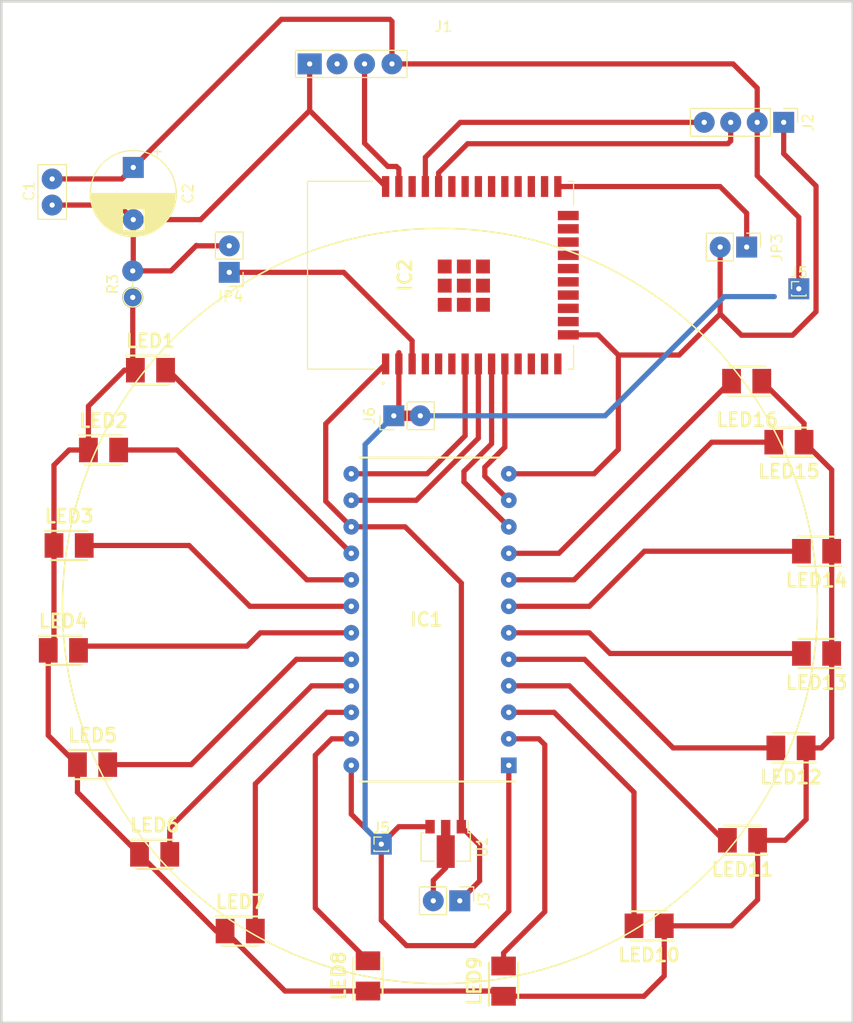
<source format=kicad_pcb>
(kicad_pcb (version 20211014) (generator pcbnew)
  (title_block (title "NotifierPcb") (rev "1.0") (company "mc-cat-tty"))
  (layers (0 "F.Cu" signal) (31 "B.Cu" jumper "Jumper.Cu") (34 "B.Paste" user) (35 "F.Paste" user) (36 "B.SilkS" user "B.Silkscreen") (37 "F.SilkS" user "F.Silkscreen") (38 "B.Mask" user) (39 "F.Mask" user) (44 "Edge.Cuts" user))
  (net 0 "")
  (net 1 "+3.3V")
  (net 2 "LED7")
  (net 3 "LED6")
  (net 4 "LED5")
  (net 5 "LED4")
  (net 6 "LED3")
  (net 7 "LED2")
  (net 8 "LED1")
  (net 9 "LED0")
  (net 10 "BIT0")
  (net 11 "BIT1")
  (net 12 "GND")
  (net 13 "BIT3")
  (net 14 "BIT2")
  (net 15 "LED15")
  (net 16 "LED14")
  (net 17 "LED13")
  (net 18 "LED12")
  (net 19 "LED11")
  (net 20 "LED10")
  (net 21 "LED9")
  (net 22 "LED8")
  (net 23 "ESP32_EN")
  (net 39 "BOOT")
  (net 44 "RX")
  (net 48 "UART_RX")
  (net 49 "UART_TX")
  (net 51 "Net-(LED1-Pad1)")
  (net 52 "POWER")
  (footprint "SmdLed:LEDM3528X210N" (layer "F.Cu") (at 113.2 73.1)
    (fp_text reference "LED1" (at 0 -2.8) (layer "F.SilkS") (effects (font (size 1.27 1.27) (thickness 0.254))))
    (fp_text value "PLCC2 3528" hide)
    (pad "1" smd rect (at -1.45 0) (size 1.8 2.35) (layers "F.Cu" "F.Paste" "F.Mask") (net 51 "Net-(LED1-Pad1)"))
    (pad "2" smd rect (at 1.45 0) (size 1.8 2.35) (layers "F.Cu" "F.Paste" "F.Mask") (net 15 "LED15"))
  )
  (footprint "Capacitor_THT:CP_Radial_D8.0mm_P5.00mm" (layer "F.Cu") (at 111.55 53.672349 -90)
    (fp_text reference "C2" (at 2.5 -5.25 90) (layer "F.SilkS"))
    (fp_text value "4.7uF")
    (pad "1" thru_hole rect (at 0 0 270) (size 2 2) (drill 0.5) (layers *.Cu *.Mask) (net 1 "+3.3V"))
    (pad "2" thru_hole circle (at 5 0 270) (size 2 2) (drill 0.5) (layers *.Cu *.Mask) (net 12 "GND"))
  )
  (footprint "SmdLed:LEDM3528X210N" (layer "F.Cu") (at 105.4 89.9)
    (fp_text reference "LED3" (at 0 -2.8) (layer "F.SilkS") (effects (font (size 1.27 1.27) (thickness 0.254))))
    (fp_text value "PLCC2 3528" hide)
    (pad "1" smd rect (at -1.45 0) (size 1.8 2.35) (layers "F.Cu" "F.Paste" "F.Mask") (net 51 "Net-(LED1-Pad1)"))
    (pad "2" smd rect (at 1.45 0) (size 1.8 2.35) (layers "F.Cu" "F.Paste" "F.Mask") (net 17 "LED13"))
  )
  (footprint "Package_TO_SOT_SMD:SOT-89-3" (layer "F.Cu") (at 141.5 118.5 -90)
    (fp_text reference "U1" (at 0.3 -3.5 90) (layer "F.SilkS"))
    (fp_text value "HT75xx-1-SOT89")
    (pad "1" smd rect (at -1.65 -1.5 270) (size 1.3 0.9) (layers "F.Cu" "F.Paste" "F.Mask") (net 12 "GND"))
    (pad "2" smd custom (at -1.5625 0 270) (size 1.475 0.9) (layers "F.Cu" "F.Paste" "F.Mask") (net 52 "POWER") (options (clearance outline) (anchor rect)) (primitives (gr_poly (pts (xy 3.8625 0.8665) (xy 0.7375 0.8665) (xy 0.7375 -0.8665) (xy 3.8625 -0.8665)) (width 0) (fill yes))))
    (pad "3" smd rect (at -1.65 1.5 270) (size 1.3 0.9) (layers "F.Cu" "F.Paste" "F.Mask") (net 1 "+3.3V"))
  )
  (footprint "Connector_PinHeader_2.54mm:PinHeader_1x02_P2.54mm_Vertical" (layer "F.Cu") (at 136.525 77.47 90)
    (fp_text reference "J6" (at 0 -2.33 90) (layer "F.SilkS"))
    (fp_text value "Vcc")
    (pad "1" thru_hole rect (at 0 0 90) (size 2 2) (drill 0.5) (layers *.Cu *.Mask) (net 1 "+3.3V"))
    (pad "2" thru_hole oval (at 0 2.54 90) (size 2 2) (drill 0.5) (layers *.Cu *.Mask) (net 1 "+3.3V"))
  )
  (footprint "CD4067:DIP1080W53P254L3104H508Q24N" (layer "F.Cu") (at 142.15 97 180)
    (fp_text reference "IC1" (at 2.5 0) (layer "F.SilkS") (effects (font (size 1.27 1.27) (thickness 0.254))))
    (fp_text value "CD4067BEE4" hide)
    (pad "1" thru_hole rect (at -5.4 -13.97 180) (size 1.5 1.5) (drill 0.5) (layers *.Cu *.Mask) (net 1 "+3.3V"))
    (pad "2" thru_hole circle (at -5.4 -11.43 180) (size 1.5 1.5) (drill 0.5) (layers *.Cu *.Mask) (net 2 "LED7"))
    (pad "3" thru_hole circle (at -5.4 -8.89 180) (size 1.5 1.5) (drill 0.5) (layers *.Cu *.Mask) (net 3 "LED6"))
    (pad "4" thru_hole circle (at -5.4 -6.35 180) (size 1.5 1.5) (drill 0.5) (layers *.Cu *.Mask) (net 4 "LED5"))
    (pad "5" thru_hole circle (at -5.4 -3.81 180) (size 1.5 1.5) (drill 0.5) (layers *.Cu *.Mask) (net 5 "LED4"))
    (pad "6" thru_hole circle (at -5.4 -1.27 180) (size 1.5 1.5) (drill 0.5) (layers *.Cu *.Mask) (net 6 "LED3"))
    (pad "7" thru_hole circle (at -5.4 1.27 180) (size 1.5 1.5) (drill 0.5) (layers *.Cu *.Mask) (net 7 "LED2"))
    (pad "8" thru_hole circle (at -5.4 3.81 180) (size 1.5 1.5) (drill 0.5) (layers *.Cu *.Mask) (net 8 "LED1"))
    (pad "9" thru_hole circle (at -5.4 6.35 180) (size 1.5 1.5) (drill 0.5) (layers *.Cu *.Mask) (net 9 "LED0"))
    (pad "10" thru_hole circle (at -5.4 8.89 180) (size 1.5 1.5) (drill 0.5) (layers *.Cu *.Mask) (net 10 "BIT0"))
    (pad "11" thru_hole circle (at -5.4 11.43 180) (size 1.5 1.5) (drill 0.5) (layers *.Cu *.Mask) (net 11 "BIT1"))
    (pad "12" thru_hole circle (at -5.4 13.97 180) (size 1.5 1.5) (drill 0.5) (layers *.Cu *.Mask) (net 12 "GND"))
    (pad "13" thru_hole circle (at 9.7 13.97 180) (size 1.5 1.5) (drill 0.5) (layers *.Cu *.Mask) (net 13 "BIT3"))
    (pad "14" thru_hole circle (at 9.7 11.43 180) (size 1.5 1.5) (drill 0.5) (layers *.Cu *.Mask) (net 14 "BIT2"))
    (pad "15" thru_hole circle (at 9.7 8.89 180) (size 1.5 1.5) (drill 0.5) (layers *.Cu *.Mask) (net 12 "GND"))
    (pad "16" thru_hole circle (at 9.7 6.35 180) (size 1.5 1.5) (drill 0.5) (layers *.Cu *.Mask) (net 15 "LED15"))
    (pad "17" thru_hole circle (at 9.7 3.81 180) (size 1.5 1.5) (drill 0.5) (layers *.Cu *.Mask) (net 16 "LED14"))
    (pad "18" thru_hole circle (at 9.7 1.27 180) (size 1.5 1.5) (drill 0.5) (layers *.Cu *.Mask) (net 17 "LED13"))
    (pad "19" thru_hole circle (at 9.7 -1.27 180) (size 1.5 1.5) (drill 0.5) (layers *.Cu *.Mask) (net 18 "LED12"))
    (pad "20" thru_hole circle (at 9.7 -3.81 180) (size 1.5 1.5) (drill 0.5) (layers *.Cu *.Mask) (net 19 "LED11"))
    (pad "21" thru_hole circle (at 9.7 -6.35 180) (size 1.5 1.5) (drill 0.5) (layers *.Cu *.Mask) (net 20 "LED10"))
    (pad "22" thru_hole circle (at 9.7 -8.89 180) (size 1.5 1.5) (drill 0.5) (layers *.Cu *.Mask) (net 21 "LED9"))
    (pad "23" thru_hole circle (at 9.7 -11.43 180) (size 1.5 1.5) (drill 0.5) (layers *.Cu *.Mask) (net 22 "LED8"))
    (pad "24" thru_hole circle (at 9.7 -13.97 180) (size 1.5 1.5) (drill 0.5) (layers *.Cu *.Mask) (net 1 "+3.3V"))
  )
  (footprint "Connector_PinHeader_2.54mm:PinHeader_1x04_P2.54mm_Vertical" (layer "F.Cu") (at 173.9 49.35 -90)
    (fp_text reference "J2" (at 0 -2.33 90) (layer "F.SilkS"))
    (fp_text value "UART_Conn")
    (pad "1" thru_hole rect (at 0 0 270) (size 2 2) (drill 0.5) (layers *.Cu *.Mask) (net 12 "GND"))
    (pad "2" thru_hole oval (at 0 2.54 270) (size 2 2) (drill 0.5) (layers *.Cu *.Mask) (net 1 "+3.3V"))
    (pad "3" thru_hole oval (at 0 5.08 270) (size 2 2) (drill 0.5) (layers *.Cu *.Mask) (net 48 "UART_RX"))
    (pad "4" thru_hole oval (at 0 7.62 270) (size 2 2) (drill 0.5) (layers *.Cu *.Mask) (net 49 "UART_TX"))
  )
  (footprint "Connector_PinHeader_1.00mm:PinHeader_1x01_P1.00mm_Vertical" (layer "F.Cu") (at 175.35 65.3)
    (fp_text reference "J5" (at 0 -1.56) (layer "F.SilkS"))
    (fp_text value "Vcc")
    (pad "1" thru_hole rect (at 0 0) (size 2 2) (drill 0.5) (layers *.Cu *.Mask) (net 1 "+3.3V"))
  )
  (footprint "Capacitor_THT:C_Disc_D5.0mm_W2.5mm_P2.50mm" (layer "F.Cu") (at 103.775 54.775 -90)
    (fp_text reference "C1" (at 1.175 2.225 90) (layer "F.SilkS"))
    (fp_text value "0.1uF")
    (pad "1" thru_hole circle (at 0 0 270) (size 2 2) (drill 0.5) (layers *.Cu *.Mask) (net 1 "+3.3V"))
    (pad "2" thru_hole circle (at 2.5 0 270) (size 2 2) (drill 0.5) (layers *.Cu *.Mask) (net 12 "GND"))
  )
  (footprint "Connector_PinHeader_2.54mm:PinHeader_1x02_P2.54mm_Vertical" (layer "F.Cu") (at 120.75 63.725 180)
    (fp_text reference "JP4" (at 0 -2.33) (layer "F.SilkS"))
    (fp_text value "Enable_Jumper")
    (pad "1" thru_hole rect (at 0 0 180) (size 2 2) (drill 0.5) (layers *.Cu *.Mask) (net 23 "ESP32_EN"))
    (pad "2" thru_hole circle (at 0 2.54 180) (size 2 2) (drill 0.5) (layers *.Cu *.Mask) (net 12 "GND"))
  )
  (footprint "SmdLed:LEDM3528X210N" (layer "F.Cu") (at 134.05 131.15 90)
    (fp_text reference "LED8" (at 0 -2.8 90) (layer "F.SilkS") (effects (font (size 1.27 1.27) (thickness 0.254))))
    (fp_text value "PLCC2 3528" hide)
    (pad "1" smd rect (at -1.45 0 90) (size 1.8 2.35) (layers "F.Cu" "F.Paste" "F.Mask") (net 51 "Net-(LED1-Pad1)"))
    (pad "2" smd rect (at 1.45 0 90) (size 1.8 2.35) (layers "F.Cu" "F.Paste" "F.Mask") (net 22 "LED8"))
  )
  (footprint "SmdLed:LEDM3528X210N" (layer "F.Cu") (at 177.05 90.45 180)
    (fp_text reference "LED14" (at 0 -2.8) (layer "F.SilkS") (effects (font (size 1.27 1.27) (thickness 0.254))))
    (fp_text value "PLCC2 3528" hide)
    (pad "1" smd rect (at -1.45 0 180) (size 1.8 2.35) (layers "F.Cu" "F.Paste" "F.Mask") (net 51 "Net-(LED1-Pad1)"))
    (pad "2" smd rect (at 1.45 0 180) (size 1.8 2.35) (layers "F.Cu" "F.Paste" "F.Mask") (net 7 "LED2"))
  )
  (footprint "Connector_PinHeader_1.00mm:PinHeader_1x01_P1.00mm_Vertical" (layer "F.Cu") (at 135.325 118.525)
    (fp_text reference "J5" (at 0 -1.56) (layer "F.SilkS"))
    (fp_text value "Vcc")
    (pad "1" thru_hole rect (at 0 0) (size 2 2) (drill 0.5) (layers *.Cu *.Mask) (net 1 "+3.3V"))
  )
  (footprint "SmdLed:LEDM3528X210N" (layer "F.Cu") (at 107.65 110.9)
    (fp_text reference "LED5" (at 0 -2.8) (layer "F.SilkS") (effects (font (size 1.27 1.27) (thickness 0.254))))
    (fp_text value "PLCC2 3528" hide)
    (pad "1" smd rect (at -1.45 0) (size 1.8 2.35) (layers "F.Cu" "F.Paste" "F.Mask") (net 51 "Net-(LED1-Pad1)"))
    (pad "2" smd rect (at 1.45 0) (size 1.8 2.35) (layers "F.Cu" "F.Paste" "F.Mask") (net 19 "LED11"))
  )
  (footprint "RC_433_RX:RC_433_RX" (layer "F.Cu") (at 141.05 44.85 -90)
    (fp_text reference "J1" (at -4.675 -0.225 unlocked) (layer "F.SilkS"))
    (fp_text value "RC_433_MHZ_RF")
    (pad "1" thru_hole circle (at -1.1 4.7 270) (size 2 2) (drill 0.5) (layers *.Cu *.Mask) (net 1 "+3.3V"))
    (pad "2" thru_hole circle (at -1.1 7.33 270) (size 2 2) (drill 0.5) (layers *.Cu *.Mask) (net 44 "RX"))
    (pad "3" thru_hole circle (at -1.1 9.96 270) (size 2 2) (drill 0.5) (layers *.Cu *.Mask))
    (pad "4" thru_hole rect (at -1.1 12.59 270) (size 2 2.3) (drill 0.5) (layers *.Cu *.Mask) (net 12 "GND"))
  )
  (footprint "SmdLed:LEDM3528X210N" (layer "F.Cu") (at 177.05 100.25 180)
    (fp_text reference "LED13" (at 0 -2.8) (layer "F.SilkS") (effects (font (size 1.27 1.27) (thickness 0.254))))
    (fp_text value "PLCC2 3528" hide)
    (pad "1" smd rect (at -1.45 0 180) (size 1.8 2.35) (layers "F.Cu" "F.Paste" "F.Mask") (net 51 "Net-(LED1-Pad1)"))
    (pad "2" smd rect (at 1.45 0 180) (size 1.8 2.35) (layers "F.Cu" "F.Paste" "F.Mask") (net 6 "LED3"))
  )
  (footprint "SmdLed:LEDM3528X210N" (layer "F.Cu") (at 169.95 118.15 180)
    (fp_text reference "LED11" (at 0 -2.8) (layer "F.SilkS") (effects (font (size 1.27 1.27) (thickness 0.254))))
    (fp_text value "PLCC2 3528" hide)
    (pad "1" smd rect (at -1.45 0 180) (size 1.8 2.35) (layers "F.Cu" "F.Paste" "F.Mask") (net 51 "Net-(LED1-Pad1)"))
    (pad "2" smd rect (at 1.45 0 180) (size 1.8 2.35) (layers "F.Cu" "F.Paste" "F.Mask") (net 4 "LED5"))
  )
  (footprint "Connector_PinHeader_2.54mm:PinHeader_1x02_P2.54mm_Vertical" (layer "F.Cu") (at 170.35 61.3 -90)
    (fp_text reference "JP3" (at 0.05 -2.9 90) (layer "F.SilkS"))
    (fp_text value "Boot_Jumper_Download")
    (pad "1" thru_hole rect (at 0 0 270) (size 2 2) (drill 0.5) (layers *.Cu *.Mask) (net 39 "BOOT"))
    (pad "2" thru_hole circle (at 0 2.54 270) (size 2 2) (drill 0.5) (layers *.Cu *.Mask) (net 12 "GND"))
  )
  (footprint "SmdLed:LEDM3528X210N" (layer "F.Cu") (at 147.05 131.65 90)
    (fp_text reference "LED9" (at 0 -2.8 90) (layer "F.SilkS") (effects (font (size 1.27 1.27) (thickness 0.254))))
    (fp_text value "PLCC2 3528" hide)
    (pad "1" smd rect (at -1.45 0 90) (size 1.8 2.35) (layers "F.Cu" "F.Paste" "F.Mask") (net 51 "Net-(LED1-Pad1)"))
    (pad "2" smd rect (at 1.45 0 90) (size 1.8 2.35) (layers "F.Cu" "F.Paste" "F.Mask") (net 2 "LED7"))
  )
  (footprint "ESP32-WROOM:ESP32WROOM32E8MB" (layer "F.Cu") (at 141 64 90)
    (fp_text reference "IC2" (at 0 -3.4 90) (layer "F.SilkS") (effects (font (size 1.27 1.27) (thickness 0.254))))
    (fp_text value "ESP32-WROOM-32E__8MB_" hide)
    (pad "1" smd rect (at -8.5 -5.26 180) (size 0.7 2) (layers "F.Cu" "F.Paste" "F.Mask") (net 12 "GND"))
    (pad "2" smd rect (at -8.5 -3.99 180) (size 0.7 2) (layers "F.Cu" "F.Paste" "F.Mask") (net 1 "+3.3V"))
    (pad "3" smd rect (at -8.5 -2.72 180) (size 0.7 2) (layers "F.Cu" "F.Paste" "F.Mask") (net 23 "ESP32_EN"))
    (pad "4" smd rect (at -8.5 -1.45 180) (size 0.7 2) (layers "F.Cu" "F.Paste" "F.Mask"))
    (pad "5" smd rect (at -8.5 -0.18 180) (size 0.7 2) (layers "F.Cu" "F.Paste" "F.Mask"))
    (pad "6" smd rect (at -8.5 1.09 180) (size 0.7 2) (layers "F.Cu" "F.Paste" "F.Mask"))
    (pad "7" smd rect (at -8.5 2.36 180) (size 0.7 2) (layers "F.Cu" "F.Paste" "F.Mask") (net 13 "BIT3"))
    (pad "8" smd rect (at -8.5 3.63 180) (size 0.7 2) (layers "F.Cu" "F.Paste" "F.Mask") (net 14 "BIT2"))
    (pad "9" smd rect (at -8.5 4.9 180) (size 0.7 2) (layers "F.Cu" "F.Paste" "F.Mask") (net 10 "BIT0"))
    (pad "10" smd rect (at -8.5 6.17 180) (size 0.7 2) (layers "F.Cu" "F.Paste" "F.Mask") (net 11 "BIT1"))
    (pad "11" smd rect (at -8.5 7.44 180) (size 0.7 2) (layers "F.Cu" "F.Paste" "F.Mask"))
    (pad "12" smd rect (at -8.5 8.71 180) (size 0.7 2) (layers "F.Cu" "F.Paste" "F.Mask"))
    (pad "13" smd rect (at -8.5 9.98 180) (size 0.7 2) (layers "F.Cu" "F.Paste" "F.Mask"))
    (pad "14" smd rect (at -8.5 11.25 180) (size 0.7 2) (layers "F.Cu" "F.Paste" "F.Mask"))
    (pad "15" smd rect (at -5.715 12.25 90) (size 0.9 2) (layers "F.Cu" "F.Paste" "F.Mask") (net 12 "GND"))
    (pad "16" smd rect (at -4.445 12.25 90) (size 0.9 2) (layers "F.Cu" "F.Paste" "F.Mask"))
    (pad "17" smd rect (at -3.175 12.25 90) (size 0.9 2) (layers "F.Cu" "F.Paste" "F.Mask"))
    (pad "18" smd rect (at -1.905 12.25 90) (size 0.9 2) (layers "F.Cu" "F.Paste" "F.Mask"))
    (pad "19" smd rect (at -0.635 12.25 90) (size 0.9 2) (layers "F.Cu" "F.Paste" "F.Mask"))
    (pad "20" smd rect (at 0.635 12.25 90) (size 0.9 2) (layers "F.Cu" "F.Paste" "F.Mask"))
    (pad "21" smd rect (at 1.905 12.25 90) (size 0.9 2) (layers "F.Cu" "F.Paste" "F.Mask"))
    (pad "22" smd rect (at 3.175 12.25 90) (size 0.9 2) (layers "F.Cu" "F.Paste" "F.Mask"))
    (pad "23" smd rect (at 4.445 12.25 90) (size 0.9 2) (layers "F.Cu" "F.Paste" "F.Mask"))
    (pad "24" smd rect (at 5.715 12.25 90) (size 0.9 2) (layers "F.Cu" "F.Paste" "F.Mask"))
    (pad "25" smd rect (at 8.5 11.25 180) (size 0.7 2) (layers "F.Cu" "F.Paste" "F.Mask") (net 39 "BOOT"))
    (pad "26" smd rect (at 8.5 9.98 180) (size 0.7 2) (layers "F.Cu" "F.Paste" "F.Mask"))
    (pad "27" smd rect (at 8.5 8.71 180) (size 0.7 2) (layers "F.Cu" "F.Paste" "F.Mask"))
    (pad "28" smd rect (at 8.5 7.44 180) (size 0.7 2) (layers "F.Cu" "F.Paste" "F.Mask"))
    (pad "29" smd rect (at 8.5 6.17 180) (size 0.7 2) (layers "F.Cu" "F.Paste" "F.Mask"))
    (pad "30" smd rect (at 8.5 4.9 180) (size 0.7 2) (layers "F.Cu" "F.Paste" "F.Mask"))
    (pad "31" smd rect (at 8.5 3.63 180) (size 0.7 2) (layers "F.Cu" "F.Paste" "F.Mask"))
    (pad "32" smd rect (at 8.5 2.36 180) (size 0.7 2) (layers "F.Cu" "F.Paste" "F.Mask"))
    (pad "33" smd rect (at 8.5 1.09 180) (size 0.7 2) (layers "F.Cu" "F.Paste" "F.Mask"))
    (pad "34" smd rect (at 8.5 -0.18 180) (size 0.7 2) (layers "F.Cu" "F.Paste" "F.Mask") (net 48 "UART_RX"))
    (pad "35" smd rect (at 8.5 -1.45 180) (size 0.7 2) (layers "F.Cu" "F.Paste" "F.Mask") (net 49 "UART_TX"))
    (pad "36" smd rect (at 8.5 -2.72 180) (size 0.7 2) (layers "F.Cu" "F.Paste" "F.Mask"))
    (pad "37" smd rect (at 8.5 -3.99 180) (size 0.7 2) (layers "F.Cu" "F.Paste" "F.Mask") (net 44 "RX"))
    (pad "38" smd rect (at 8.5 -5.26 180) (size 0.7 2) (layers "F.Cu" "F.Paste" "F.Mask") (net 12 "GND"))
    (pad "39" smd rect (at -2.835 0.405 180) (size 1.33 1.33) (layers "F.Cu" "F.Paste" "F.Mask") (net 12 "GND"))
    (pad "40" smd rect (at -1 0.405 180) (size 1.33 1.33) (layers "F.Cu" "F.Paste" "F.Mask") (net 12 "GND"))
    (pad "41" smd rect (at 0.835 0.405 180) (size 1.33 1.33) (layers "F.Cu" "F.Paste" "F.Mask") (net 12 "GND"))
    (pad "42" smd rect (at -2.835 2.24 180) (size 1.33 1.33) (layers "F.Cu" "F.Paste" "F.Mask") (net 12 "GND"))
    (pad "43" smd rect (at -1 2.24 180) (size 1.33 1.33) (layers "F.Cu" "F.Paste" "F.Mask") (net 12 "GND"))
    (pad "44" smd rect (at 0.835 2.24 180) (size 1.33 1.33) (layers "F.Cu" "F.Paste" "F.Mask") (net 12 "GND"))
    (pad "45" smd rect (at -2.835 4.075 180) (size 1.33 1.33) (layers "F.Cu" "F.Paste" "F.Mask") (net 12 "GND"))
    (pad "46" smd rect (at -1 4.075 180) (size 1.33 1.33) (layers "F.Cu" "F.Paste" "F.Mask") (net 12 "GND"))
    (pad "47" smd rect (at 0.835 4.075 180) (size 1.33 1.33) (layers "F.Cu" "F.Paste" "F.Mask") (net 12 "GND"))
  )
  (footprint "SmdLed:LEDM3528X210N" (layer "F.Cu") (at 170.35 74.15 180)
    (fp_text reference "LED16" (at -0.05 -3.7) (layer "F.SilkS") (effects (font (size 1.27 1.27) (thickness 0.254))))
    (fp_text value "PLCC2 3528" hide)
    (pad "1" smd rect (at -1.45 0 180) (size 1.8 2.35) (layers "F.Cu" "F.Paste" "F.Mask") (net 51 "Net-(LED1-Pad1)"))
    (pad "2" smd rect (at 1.45 0 180) (size 1.8 2.35) (layers "F.Cu" "F.Paste" "F.Mask") (net 9 "LED0"))
  )
  (footprint "Connector_PinHeader_2.54mm:PinHeader_1x02_P2.54mm_Vertical" (layer "F.Cu") (at 142.85 123.95 -90)
    (fp_text reference "J3" (at 0 -2.33 90) (layer "F.SilkS"))
    (fp_text value "Power_Conn")
    (pad "1" thru_hole rect (at 0 0 270) (size 2 2) (drill 0.5) (layers *.Cu *.Mask) (net 12 "GND"))
    (pad "2" thru_hole oval (at 0 2.54 270) (size 2 2) (drill 0.5) (layers *.Cu *.Mask) (net 52 "POWER"))
  )
  (footprint "SmdLed:LEDM3528X210N" (layer "F.Cu") (at 174.4 80 180)
    (fp_text reference "LED15" (at 0 -2.8) (layer "F.SilkS") (effects (font (size 1.27 1.27) (thickness 0.254))))
    (fp_text value "PLCC2 3528" hide)
    (pad "1" smd rect (at -1.45 0 180) (size 1.8 2.35) (layers "F.Cu" "F.Paste" "F.Mask") (net 51 "Net-(LED1-Pad1)"))
    (pad "2" smd rect (at 1.45 0 180) (size 1.8 2.35) (layers "F.Cu" "F.Paste" "F.Mask") (net 8 "LED1"))
  )
  (footprint "Resistor_THT:R_Axial_DIN0204_L3.6mm_D1.6mm_P2.54mm_Vertical" (layer "F.Cu") (at 111.5 66.125 90)
    (fp_text reference "R3" (at 1.27 -1.92 90) (layer "F.SilkS"))
    (fp_text value "100Ω")
    (pad "1" thru_hole circle (at 0 0 90) (size 2 2) (drill 0.5) (layers *.Cu *.Mask) (net 51 "Net-(LED1-Pad1)"))
    (pad "2" thru_hole oval (at 2.54 0 90) (size 2 2) (drill 0.5) (layers *.Cu *.Mask) (net 12 "GND"))
  )
  (footprint "SmdLed:LEDM3528X210N" (layer "F.Cu") (at 104.85 99.95)
    (fp_text reference "LED4" (at 0 -2.8) (layer "F.SilkS") (effects (font (size 1.27 1.27) (thickness 0.254))))
    (fp_text value "PLCC2 3528" hide)
    (pad "1" smd rect (at -1.45 0) (size 1.8 2.35) (layers "F.Cu" "F.Paste" "F.Mask") (net 51 "Net-(LED1-Pad1)"))
    (pad "2" smd rect (at 1.45 0) (size 1.8 2.35) (layers "F.Cu" "F.Paste" "F.Mask") (net 18 "LED12"))
  )
  (footprint "SmdLed:LEDM3528X210N" (layer "F.Cu") (at 161 126.35 180)
    (fp_text reference "LED10" (at 0 -2.8) (layer "F.SilkS") (effects (font (size 1.27 1.27) (thickness 0.254))))
    (fp_text value "PLCC2 3528" hide)
    (pad "1" smd rect (at -1.45 0 180) (size 1.8 2.35) (layers "F.Cu" "F.Paste" "F.Mask") (net 51 "Net-(LED1-Pad1)"))
    (pad "2" smd rect (at 1.45 0 180) (size 1.8 2.35) (layers "F.Cu" "F.Paste" "F.Mask") (net 3 "LED6"))
  )
  (footprint "SmdLed:LEDM3528X210N" (layer "F.Cu") (at 113.6 119.5)
    (fp_text reference "LED6" (at 0 -2.8) (layer "F.SilkS") (effects (font (size 1.27 1.27) (thickness 0.254))))
    (fp_text value "PLCC2 3528" hide)
    (pad "1" smd rect (at -1.45 0) (size 1.8 2.35) (layers "F.Cu" "F.Paste" "F.Mask") (net 51 "Net-(LED1-Pad1)"))
    (pad "2" smd rect (at 1.45 0) (size 1.8 2.35) (layers "F.Cu" "F.Paste" "F.Mask") (net 20 "LED10"))
  )
  (footprint "SmdLed:LEDM3528X210N" (layer "F.Cu") (at 174.6 109.3 180)
    (fp_text reference "LED12" (at 0 -2.8) (layer "F.SilkS") (effects (font (size 1.27 1.27) (thickness 0.254))))
    (fp_text value "PLCC2 3528" hide)
    (pad "1" smd rect (at -1.45 0 180) (size 1.8 2.35) (layers "F.Cu" "F.Paste" "F.Mask") (net 51 "Net-(LED1-Pad1)"))
    (pad "2" smd rect (at 1.45 0 180) (size 1.8 2.35) (layers "F.Cu" "F.Paste" "F.Mask") (net 5 "LED4"))
  )
  (footprint "SmdLed:LEDM3528X210N" (layer "F.Cu") (at 121.8 126.85)
    (fp_text reference "LED7" (at 0 -2.8) (layer "F.SilkS") (effects (font (size 1.27 1.27) (thickness 0.254))))
    (fp_text value "PLCC2 3528" hide)
    (pad "1" smd rect (at -1.45 0) (size 1.8 2.35) (layers "F.Cu" "F.Paste" "F.Mask") (net 51 "Net-(LED1-Pad1)"))
    (pad "2" smd rect (at 1.45 0) (size 1.8 2.35) (layers "F.Cu" "F.Paste" "F.Mask") (net 21 "LED9"))
  )
  (footprint "SmdLed:LEDM3528X210N" (layer "F.Cu") (at 108.7 80.75)
    (fp_text reference "LED2" (at 0 -2.8) (layer "F.SilkS") (effects (font (size 1.27 1.27) (thickness 0.254))))
    (fp_text value "PLCC2 3528" hide)
    (pad "1" smd rect (at -1.45 0) (size 1.8 2.35) (layers "F.Cu" "F.Paste" "F.Mask") (net 51 "Net-(LED1-Pad1)"))
    (pad "2" smd rect (at 1.45 0) (size 1.8 2.35) (layers "F.Cu" "F.Paste" "F.Mask") (net 16 "LED14"))
  )
  (gr_circle (center 140.95 95.7) (end 146.25 131.5) (layer "F.SilkS") (width 0.15) (fill none))
  (gr_rect (start 98.9 37.75) (end 180.525 135.65) (layer "Edge.Cuts") (width 0.25) (fill none))
  (segment (start 136.35 39.675) (end 136.15 39.475) (width 0.5) (layer "F.Cu") (net 1))
  (segment (start 175.35 58.45) (end 175.35 65.3) (width 0.5) (layer "F.Cu") (net 1))
  (segment (start 137.01 76.985) (end 136.525 77.47) (width 1) (layer "F.Cu") (net 1))
  (segment (start 137.01 72.5) (end 137.01 76.985) (width 0.5) (layer "F.Cu") (net 1))
  (segment (start 171.36 46.06) (end 171.36 49.35) (width 0.5) (layer "F.Cu") (net 1))
  (segment (start 136.35 43.75) (end 169.05 43.75) (width 0.5) (layer "F.Cu") (net 1))
  (segment (start 137.01 72.5) (end 137.01 71.42) (width 0.5) (layer "F.Cu") (net 1))
  (segment (start 137 116.85) (end 135.325 118.525) (width 0.5) (layer "F.Cu") (net 1))
  (segment (start 125.747349 39.475) (end 111.55 53.672349) (width 0.5) (layer "F.Cu") (net 1))
  (segment (start 140 116.85) (end 137 116.85) (width 0.5) (layer "F.Cu") (net 1))
  (segment (start 103.775 54.775) (end 110.447349 54.775) (width 0.5) (layer "F.Cu") (net 1))
  (segment (start 136.35 43.75) (end 136.35 39.675) (width 0.5) (layer "F.Cu") (net 1))
  (segment (start 169.05 43.75) (end 171.36 46.06) (width 0.5) (layer "F.Cu") (net 1))
  (segment (start 171.36 49.35) (end 171.36 54.46) (width 0.5) (layer "F.Cu") (net 1))
  (segment (start 135.325 125.825) (end 137.75 128.25) (width 0.5) (layer "F.Cu") (net 1))
  (segment (start 135.325 118.525) (end 135.325 125.825) (width 0.5) (layer "F.Cu") (net 1))
  (segment (start 110.447349 54.775) (end 111.55 53.672349) (width 0.5) (layer "F.Cu") (net 1))
  (segment (start 147.55 124.95) (end 147.55 110.97) (width 0.5) (layer "F.Cu") (net 1))
  (segment (start 132.45 115.65) (end 135.325 118.525) (width 0.5) (layer "F.Cu") (net 1))
  (segment (start 171.36 54.46) (end 175.35 58.45) (width 0.5) (layer "F.Cu") (net 1))
  (segment (start 132.45 110.97) (end 132.45 115.65) (width 0.5) (layer "F.Cu") (net 1))
  (segment (start 144.25 128.25) (end 147.55 124.95) (width 0.5) (layer "F.Cu") (net 1))
  (segment (start 136.15 39.475) (end 125.747349 39.475) (width 0.5) (layer "F.Cu") (net 1))
  (segment (start 137.75 128.25) (end 144.25 128.25) (width 0.5) (layer "F.Cu") (net 1))
  (segment (start 136.525 77.47) (end 139.065 77.47) (width 1) (layer "F.Cu") (net 1))
  (segment (start 136.525 77.47) (end 133.774734 80.220266) (width 0.5) (layer "B.Cu") (net 1))
  (segment (start 135.325 118.525) (end 135.4 118.525) (width 0.5) (layer "B.Cu") (net 1))
  (segment (start 156.78 77.47) (end 168.2 66.05) (width 0.5) (layer "B.Cu") (net 1))
  (segment (start 139.065 77.47) (end 156.78 77.47) (width 0.5) (layer "B.Cu") (net 1))
  (segment (start 133.774734 116.974734) (end 135.325 118.525) (width 0.5) (layer "B.Cu") (net 1))
  (segment (start 168.2 66.05) (end 173 66.05) (width 0.5) (layer "B.Cu") (net 1))
  (segment (start 133.774734 80.220266) (end 133.774734 116.974734) (width 0.5) (layer "B.Cu") (net 1))
  (segment (start 151 125) (end 147.05 128.95) (width 0.5) (layer "F.Cu") (net 2))
  (segment (start 150.43 108.43) (end 151 109) (width 0.5) (layer "F.Cu") (net 2))
  (segment (start 151 109) (end 151 125) (width 0.5) (layer "F.Cu") (net 2))
  (segment (start 147.05 128.95) (end 147.05 130.2) (width 0.5) (layer "F.Cu") (net 2))
  (segment (start 147.55 108.43) (end 150.43 108.43) (width 0.5) (layer "F.Cu") (net 2))
  (segment (start 151.89 105.89) (end 159.55 113.55) (width 0.5) (layer "F.Cu") (net 3))
  (segment (start 147.55 105.89) (end 151.89 105.89) (width 0.5) (layer "F.Cu") (net 3))
  (segment (start 159.55 113.55) (end 159.55 126.35) (width 0.5) (layer "F.Cu") (net 3))
  (segment (start 147.55 103.35) (end 153.35 103.35) (width 0.5) (layer "F.Cu") (net 4))
  (segment (start 168.15 118.15) (end 168.5 118.15) (width 1) (layer "F.Cu") (net 4))
  (segment (start 153.35 103.35) (end 168.15 118.15) (width 0.5) (layer "F.Cu") (net 4))
  (segment (start 147.55 100.81) (end 154.81 100.81) (width 0.5) (layer "F.Cu") (net 5))
  (segment (start 163.3 109.3) (end 173.15 109.3) (width 0.5) (layer "F.Cu") (net 5))
  (segment (start 154.81 100.81) (end 163.3 109.3) (width 0.5) (layer "F.Cu") (net 5))
  (segment (start 157.25 100.25) (end 175.6 100.25) (width 0.5) (layer "F.Cu") (net 6))
  (segment (start 155.27 98.27) (end 157.25 100.25) (width 0.5) (layer "F.Cu") (net 6))
  (segment (start 147.55 98.27) (end 155.27 98.27) (width 0.5) (layer "F.Cu") (net 6))
  (segment (start 160.55 90.45) (end 155.27 95.73) (width 0.5) (layer "F.Cu") (net 7))
  (segment (start 175.6 90.45) (end 160.55 90.45) (width 0.5) (layer "F.Cu") (net 7))
  (segment (start 155.27 95.73) (end 147.55 95.73) (width 0.5) (layer "F.Cu") (net 7))
  (segment (start 153.81 93.19) (end 167 80) (width 0.5) (layer "F.Cu") (net 8))
  (segment (start 147.55 93.19) (end 153.81 93.19) (width 0.5) (layer "F.Cu") (net 8))
  (segment (start 167 80) (end 172.95 80) (width 0.5) (layer "F.Cu") (net 8))
  (segment (start 152.35 90.65) (end 168.85 74.15) (width 0.5) (layer "F.Cu") (net 9))
  (segment (start 168.85 74.15) (end 168.9 74.15) (width 1) (layer "F.Cu") (net 9))
  (segment (start 147.55 90.65) (end 152.35 90.65) (width 0.5) (layer "F.Cu") (net 9))
  (segment (start 145.9 80.15) (end 143.25 82.8) (width 0.5) (layer "F.Cu") (net 10))
  (segment (start 145.9 72.5) (end 145.9 80.15) (width 0.5) (layer "F.Cu") (net 10))
  (segment (start 143.25 83.81) (end 147.55 88.11) (width 0.5) (layer "F.Cu") (net 10))
  (segment (start 143.25 82.8) (end 143.25 83.81) (width 0.5) (layer "F.Cu") (net 10))
  (segment (start 147.17 80.48) (end 145.25 82.4) (width 0.5) (layer "F.Cu") (net 11))
  (segment (start 147.17 72.5) (end 147.17 80.48) (width 0.5) (layer "F.Cu") (net 11))
  (segment (start 145.25 83.27) (end 147.55 85.57) (width 0.5) (layer "F.Cu") (net 11))
  (segment (start 145.25 82.4) (end 145.25 83.27) (width 0.5) (layer "F.Cu") (net 11))
  (segment (start 111.55 58.672349) (end 111.55 63.535) (width 0.5) (layer "F.Cu") (net 12))
  (segment (start 144.75 118.6) (end 144.75 122.05) (width 0.5) (layer "F.Cu") (net 12))
  (segment (start 158.05 71.65) (end 163.87 71.65) (width 0.5) (layer "F.Cu") (net 12))
  (segment (start 111.5 63.585) (end 115.165 63.585) (width 0.5) (layer "F.Cu") (net 12))
  (segment (start 158.05 71.65) (end 158.05 80.7) (width 0.5) (layer "F.Cu") (net 12))
  (segment (start 143.0665 116.9165) (end 144.75 118.6) (width 0.5) (layer "F.Cu") (net 12))
  (segment (start 155.72 83.03) (end 147.55 83.03) (width 0.5) (layer "F.Cu") (net 12))
  (segment (start 132.45 88.11) (end 137.61 88.11) (width 0.5) (layer "F.Cu") (net 12))
  (segment (start 156.115 69.715) (end 158.05 71.65) (width 0.5) (layer "F.Cu") (net 12))
  (segment (start 103.775 57.275) (end 110.152651 57.275) (width 0.5) (layer "F.Cu") (net 12))
  (segment (start 158.05 80.7) (end 155.72 83.03) (width 0.5) (layer "F.Cu") (net 12))
  (segment (start 163.87 71.65) (end 167.81 67.71) (width 0.5) (layer "F.Cu") (net 12))
  (segment (start 128.46 43.75) (end 128.46 48.22) (width 0.5) (layer "F.Cu") (net 12))
  (segment (start 144.75 122.05) (end 143.0665 123.7335) (width 0.5) (layer "F.Cu") (net 12))
  (segment (start 111.55 63.535) (end 111.5 63.585) (width 0.5) (layer "F.Cu") (net 12))
  (segment (start 128.46 48.22) (end 135.74 55.5) (width 0.5) (layer "F.Cu") (net 12))
  (segment (start 118.007651 58.672349) (end 128.46 48.22) (width 0.5) (layer "F.Cu") (net 12))
  (segment (start 177 67.5) (end 174.75 69.75) (width 0.5) (layer "F.Cu") (net 12))
  (segment (start 167.81 67.71) (end 167.81 61.3) (width 0.5) (layer "F.Cu") (net 12))
  (segment (start 110.152651 57.275) (end 111.55 58.672349) (width 0.5) (layer "F.Cu") (net 12))
  (segment (start 173.9 49.35) (end 173.9 52.35) (width 0.5) (layer "F.Cu") (net 12))
  (segment (start 130 78.24) (end 130 85.66) (width 0.5) (layer "F.Cu") (net 12))
  (segment (start 174.75 69.75) (end 169.85 69.75) (width 0.5) (layer "F.Cu") (net 12))
  (segment (start 173.9 52.35) (end 177 55.45) (width 0.5) (layer "F.Cu") (net 12))
  (segment (start 117.6 61.15) (end 117.635 61.185) (width 0.5) (layer "F.Cu") (net 12))
  (segment (start 115.165 63.585) (end 117.6 61.15) (width 0.5) (layer "F.Cu") (net 12))
  (segment (start 117.635 61.185) (end 120.75 61.185) (width 0.5) (layer "F.Cu") (net 12))
  (segment (start 135.74 72.5) (end 130 78.24) (width 0.5) (layer "F.Cu") (net 12))
  (segment (start 143.0665 123.7335) (end 142.85 123.95) (width 1) (layer "F.Cu") (net 12))
  (segment (start 153.25 69.715) (end 156.115 69.715) (width 0.5) (layer "F.Cu") (net 12))
  (segment (start 137.61 88.11) (end 143 93.5) (width 0.5) (layer "F.Cu") (net 12))
  (segment (start 111.55 58.672349) (end 118.007651 58.672349) (width 0.5) (layer "F.Cu") (net 12))
  (segment (start 177 55.45) (end 177 67.5) (width 0.5) (layer "F.Cu") (net 12))
  (segment (start 168 61.41) (end 168.01 61.4) (width 0.5) (layer "F.Cu") (net 12))
  (segment (start 143 93.5) (end 143 116.85) (width 0.5) (layer "F.Cu") (net 12))
  (segment (start 169.85 69.75) (end 167.81 67.71) (width 0.5) (layer "F.Cu") (net 12))
  (segment (start 130 85.66) (end 132.45 88.11) (width 0.5) (layer "F.Cu") (net 12))
  (segment (start 139.72 83.03) (end 132.45 83.03) (width 0.5) (layer "F.Cu") (net 13))
  (segment (start 143.36 72.5) (end 143.36 79.39) (width 0.5) (layer "F.Cu") (net 13))
  (segment (start 143.36 79.39) (end 139.72 83.03) (width 0.5) (layer "F.Cu") (net 13))
  (segment (start 138.68 85.57) (end 132.45 85.57) (width 0.5) (layer "F.Cu") (net 14))
  (segment (start 144.63 79.62) (end 138.68 85.57) (width 0.5) (layer "F.Cu") (net 14))
  (segment (start 144.63 72.5) (end 144.63 79.62) (width 0.5) (layer "F.Cu") (net 14))
  (segment (start 114.65 73.1) (end 114.9 73.1) (width 1) (layer "F.Cu") (net 15))
  (segment (start 114.9 73.1) (end 132.45 90.65) (width 0.5) (layer "F.Cu") (net 15))
  (segment (start 115.75 80.75) (end 128.19 93.19) (width 0.5) (layer "F.Cu") (net 16))
  (segment (start 128.19 93.19) (end 132.45 93.19) (width 0.5) (layer "F.Cu") (net 16))
  (segment (start 110.15 80.75) (end 115.75 80.75) (width 0.5) (layer "F.Cu") (net 16))
  (segment (start 106.85 89.9) (end 116.9 89.9) (width 0.5) (layer "F.Cu") (net 17))
  (segment (start 122.73 95.73) (end 132.45 95.73) (width 0.5) (layer "F.Cu") (net 17))
  (segment (start 116.9 89.9) (end 122.73 95.73) (width 0.5) (layer "F.Cu") (net 17))
  (segment (start 106.3 99.95) (end 106.705 99.545) (width 1) (layer "F.Cu") (net 18))
  (segment (start 122.455 99.545) (end 123.73 98.27) (width 0.5) (layer "F.Cu") (net 18))
  (segment (start 106.705 99.545) (end 122.455 99.545) (width 0.5) (layer "F.Cu") (net 18))
  (segment (start 123.73 98.27) (end 132.45 98.27) (width 0.5) (layer "F.Cu") (net 18))
  (segment (start 117.1 110.9) (end 127.19 100.81) (width 0.5) (layer "F.Cu") (net 19))
  (segment (start 109.1 110.9) (end 117.1 110.9) (width 0.5) (layer "F.Cu") (net 19))
  (segment (start 127.19 100.81) (end 132.45 100.81) (width 0.5) (layer "F.Cu") (net 19))
  (segment (start 128.65 103.35) (end 115.05 116.95) (width 0.5) (layer "F.Cu") (net 20))
  (segment (start 115.05 116.95) (end 115.05 119.5) (width 0.5) (layer "F.Cu") (net 20))
  (segment (start 132.45 103.35) (end 128.65 103.35) (width 0.5) (layer "F.Cu") (net 20))
  (segment (start 123.25 112.75) (end 123.25 126.85) (width 0.5) (layer "F.Cu") (net 21))
  (segment (start 132.45 105.89) (end 130.11 105.89) (width 0.5) (layer "F.Cu") (net 21))
  (segment (start 130.11 105.89) (end 123.25 112.75) (width 0.5) (layer "F.Cu") (net 21))
  (segment (start 129 124.65) (end 134.05 129.7) (width 0.5) (layer "F.Cu") (net 22))
  (segment (start 130.57 108.43) (end 129 110) (width 0.5) (layer "F.Cu") (net 22))
  (segment (start 129 110) (end 129 124.65) (width 0.5) (layer "F.Cu") (net 22))
  (segment (start 132.45 108.43) (end 130.57 108.43) (width 0.5) (layer "F.Cu") (net 22))
  (segment (start 131.725 63.725) (end 120.75 63.725) (width 0.5) (layer "F.Cu") (net 23))
  (segment (start 138.28 72.5) (end 138.28 70.28) (width 0.5) (layer "F.Cu") (net 23))
  (segment (start 138.28 70.28) (end 131.725 63.725) (width 0.5) (layer "F.Cu") (net 23))
  (segment (start 167.8 55.5) (end 170.35 58.05) (width 0.5) (layer "F.Cu") (net 39))
  (segment (start 170.35 58.05) (end 170.35 61.3) (width 0.5) (layer "F.Cu") (net 39))
  (segment (start 152.25 55.5) (end 167.8 55.5) (width 0.5) (layer "F.Cu") (net 39))
  (segment (start 135.95 53.575) (end 136.775 53.575) (width 0.5) (layer "F.Cu") (net 44))
  (segment (start 137.01 53.81) (end 137.01 55.5) (width 0.5) (layer "F.Cu") (net 44))
  (segment (start 133.72 51.345) (end 135.95 53.575) (width 0.5) (layer "F.Cu") (net 44))
  (segment (start 133.72 43.75) (end 133.72 51.345) (width 0.5) (layer "F.Cu") (net 44))
  (segment (start 136.775 53.575) (end 137.01 53.81) (width 0.5) (layer "F.Cu") (net 44))
  (segment (start 168.55 51.4) (end 168.82 51.13) (width 0.5) (layer "F.Cu") (net 48))
  (segment (start 140.82 54.18) (end 143.6 51.4) (width 0.5) (layer "F.Cu") (net 48))
  (segment (start 140.82 55.5) (end 140.82 54.18) (width 0.5) (layer "F.Cu") (net 48))
  (segment (start 143.6 51.4) (end 168.55 51.4) (width 0.5) (layer "F.Cu") (net 48))
  (segment (start 168.82 51.13) (end 168.82 49.35) (width 0.5) (layer "F.Cu") (net 48))
  (segment (start 142.9 49.35) (end 139.55 52.7) (width 0.5) (layer "F.Cu") (net 49))
  (segment (start 166.28 49.35) (end 142.9 49.35) (width 0.5) (layer "F.Cu") (net 49))
  (segment (start 139.55 52.7) (end 139.55 55.5) (width 0.5) (layer "F.Cu") (net 49))
  (segment (start 103.4 108.1) (end 106.2 110.9) (width 0.5) (layer "F.Cu") (net 51))
  (segment (start 168.9 126.35) (end 171.4 123.85) (width 0.5) (layer "F.Cu") (net 51))
  (segment (start 174.05 118.15) (end 176.05 116.15) (width 0.5) (layer "F.Cu") (net 51))
  (segment (start 103.95 82.2) (end 103.95 89.9) (width 0.5) (layer "F.Cu") (net 51))
  (segment (start 147.05 133.1) (end 160.5 133.1) (width 0.5) (layer "F.Cu") (net 51))
  (segment (start 107.25 80.75) (end 105.4 80.75) (width 0.5) (layer "F.Cu") (net 51))
  (segment (start 111.75 73.1) (end 110.7 73.1) (width 0.5) (layer "F.Cu") (net 51))
  (segment (start 111.5 66.125) (end 111.5 72.85) (width 0.5) (layer "F.Cu") (net 51))
  (segment (start 110.7 73.1) (end 107.25 76.55) (width 0.5) (layer "F.Cu") (net 51))
  (segment (start 160.5 133.1) (end 162.45 131.15) (width 0.5) (layer "F.Cu") (net 51))
  (segment (start 162.45 131.15) (end 162.45 126.35) (width 0.5) (layer "F.Cu") (net 51))
  (segment (start 103.4 99.95) (end 103.4 108.1) (width 0.5) (layer "F.Cu") (net 51))
  (segment (start 176.05 116.15) (end 176.05 109.3) (width 0.5) (layer "F.Cu") (net 51))
  (segment (start 162.45 126.35) (end 168.9 126.35) (width 0.5) (layer "F.Cu") (net 51))
  (segment (start 106.2 110.9) (end 106.2 113.55) (width 0.5) (layer "F.Cu") (net 51))
  (segment (start 120.35 126.85) (end 126.1 132.6) (width 0.5) (layer "F.Cu") (net 51))
  (segment (start 175.85 78.2) (end 171.8 74.15) (width 0.5) (layer "F.Cu") (net 51))
  (segment (start 171.4 118.15) (end 174.05 118.15) (width 0.5) (layer "F.Cu") (net 51))
  (segment (start 112.15 119.5) (end 119.5 126.85) (width 0.5) (layer "F.Cu") (net 51))
  (segment (start 175.85 80) (end 175.85 78.2) (width 0.5) (layer "F.Cu") (net 51))
  (segment (start 171.4 123.85) (end 171.4 118.15) (width 0.5) (layer "F.Cu") (net 51))
  (segment (start 146.55 132.6) (end 147.05 133.1) (width 0.5) (layer "F.Cu") (net 51))
  (segment (start 177.5 109.3) (end 178.5 108.3) (width 0.5) (layer "F.Cu") (net 51))
  (segment (start 178.5 82.65) (end 175.85 80) (width 0.5) (layer "F.Cu") (net 51))
  (segment (start 178.5 100.25) (end 178.5 90.45) (width 0.5) (layer "F.Cu") (net 51))
  (segment (start 106.2 113.55) (end 112.15 119.5) (width 0.5) (layer "F.Cu") (net 51))
  (segment (start 176.05 109.3) (end 177.5 109.3) (width 0.5) (layer "F.Cu") (net 51))
  (segment (start 103.95 89.9) (end 103.95 99.4) (width 0.5) (layer "F.Cu") (net 51))
  (segment (start 126.1 132.6) (end 134.05 132.6) (width 0.5) (layer "F.Cu") (net 51))
  (segment (start 119.5 126.85) (end 120.35 126.85) (width 0.5) (layer "F.Cu") (net 51))
  (segment (start 111.5 72.85) (end 111.75 73.1) (width 0.5) (layer "F.Cu") (net 51))
  (segment (start 103.95 99.4) (end 103.4 99.95) (width 0.5) (layer "F.Cu") (net 51))
  (segment (start 178.5 108.3) (end 178.5 100.25) (width 0.5) (layer "F.Cu") (net 51))
  (segment (start 134.05 132.6) (end 146.55 132.6) (width 0.5) (layer "F.Cu") (net 51))
  (segment (start 105.4 80.75) (end 103.95 82.2) (width 0.5) (layer "F.Cu") (net 51))
  (segment (start 178.5 90.45) (end 178.5 82.65) (width 0.5) (layer "F.Cu") (net 51))
  (segment (start 107.25 76.55) (end 107.25 80.75) (width 0.5) (layer "F.Cu") (net 51))
  (segment (start 141.5 116.9375) (end 141.5 120.8) (width 0.5) (layer "F.Cu") (net 52))
  (segment (start 140.31 121.99) (end 140.31 123.95) (width 0.5) (layer "F.Cu") (net 52))
  (segment (start 141.5 120.8) (end 140.31 121.99) (width 0.5) (layer "F.Cu") (net 52))
)
</source>
